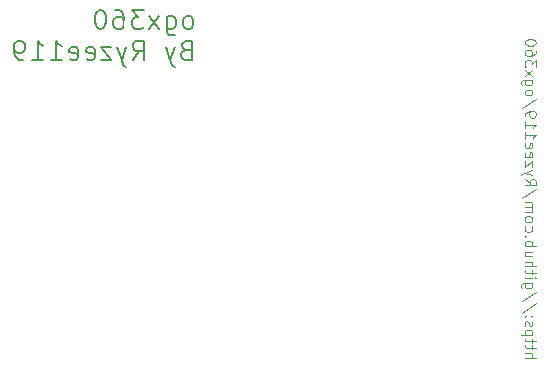
<source format=gbr>
%TF.GenerationSoftware,KiCad,Pcbnew,(6.0.7)*%
%TF.CreationDate,2022-08-19T11:16:44-06:00*%
%TF.ProjectId,ogx360,6f677833-3630-42e6-9b69-6361645f7063,rev?*%
%TF.SameCoordinates,Original*%
%TF.FileFunction,Legend,Bot*%
%TF.FilePolarity,Positive*%
%FSLAX46Y46*%
G04 Gerber Fmt 4.6, Leading zero omitted, Abs format (unit mm)*
G04 Created by KiCad (PCBNEW (6.0.7)) date 2022-08-19 11:16:44*
%MOMM*%
%LPD*%
G01*
G04 APERTURE LIST*
%ADD10C,0.142240*%
%ADD11C,0.081280*%
%ADD12C,1.981600*%
%ADD13C,3.000000*%
%ADD14C,0.609600*%
%ADD15C,0.800000*%
G04 APERTURE END LIST*
D10*
X114777997Y-90449732D02*
X114933784Y-90371839D01*
X115011677Y-90293946D01*
X115089570Y-90138159D01*
X115089570Y-89670799D01*
X115011677Y-89515012D01*
X114933784Y-89437119D01*
X114777997Y-89359226D01*
X114544317Y-89359226D01*
X114388530Y-89437119D01*
X114310637Y-89515012D01*
X114232744Y-89670799D01*
X114232744Y-90138159D01*
X114310637Y-90293946D01*
X114388530Y-90371839D01*
X114544317Y-90449732D01*
X114777997Y-90449732D01*
X112830664Y-89359226D02*
X112830664Y-90683412D01*
X112908557Y-90839199D01*
X112986450Y-90917092D01*
X113142237Y-90994986D01*
X113375917Y-90994986D01*
X113531704Y-90917092D01*
X112830664Y-90371839D02*
X112986450Y-90449732D01*
X113298024Y-90449732D01*
X113453810Y-90371839D01*
X113531704Y-90293946D01*
X113609597Y-90138159D01*
X113609597Y-89670799D01*
X113531704Y-89515012D01*
X113453810Y-89437119D01*
X113298024Y-89359226D01*
X112986450Y-89359226D01*
X112830664Y-89437119D01*
X112207517Y-90449732D02*
X111350690Y-89359226D01*
X112207517Y-89359226D02*
X111350690Y-90449732D01*
X110883330Y-88813972D02*
X109870717Y-88813972D01*
X110415970Y-89437119D01*
X110182290Y-89437119D01*
X110026504Y-89515012D01*
X109948610Y-89592906D01*
X109870717Y-89748692D01*
X109870717Y-90138159D01*
X109948610Y-90293946D01*
X110026504Y-90371839D01*
X110182290Y-90449732D01*
X110649650Y-90449732D01*
X110805437Y-90371839D01*
X110883330Y-90293946D01*
X108468637Y-88813972D02*
X108780210Y-88813972D01*
X108935997Y-88891866D01*
X109013890Y-88969759D01*
X109169677Y-89203439D01*
X109247570Y-89515012D01*
X109247570Y-90138159D01*
X109169677Y-90293946D01*
X109091784Y-90371839D01*
X108935997Y-90449732D01*
X108624424Y-90449732D01*
X108468637Y-90371839D01*
X108390744Y-90293946D01*
X108312850Y-90138159D01*
X108312850Y-89748692D01*
X108390744Y-89592906D01*
X108468637Y-89515012D01*
X108624424Y-89437119D01*
X108935997Y-89437119D01*
X109091784Y-89515012D01*
X109169677Y-89592906D01*
X109247570Y-89748692D01*
X107300237Y-88813972D02*
X107144450Y-88813972D01*
X106988664Y-88891866D01*
X106910770Y-88969759D01*
X106832877Y-89125546D01*
X106754984Y-89437119D01*
X106754984Y-89826586D01*
X106832877Y-90138159D01*
X106910770Y-90293946D01*
X106988664Y-90371839D01*
X107144450Y-90449732D01*
X107300237Y-90449732D01*
X107456024Y-90371839D01*
X107533917Y-90293946D01*
X107611810Y-90138159D01*
X107689704Y-89826586D01*
X107689704Y-89437119D01*
X107611810Y-89125546D01*
X107533917Y-88969759D01*
X107456024Y-88891866D01*
X107300237Y-88813972D01*
X114466424Y-92226480D02*
X114232744Y-92304373D01*
X114154850Y-92382266D01*
X114076957Y-92538053D01*
X114076957Y-92771733D01*
X114154850Y-92927520D01*
X114232744Y-93005413D01*
X114388530Y-93083306D01*
X115011677Y-93083306D01*
X115011677Y-91447546D01*
X114466424Y-91447546D01*
X114310637Y-91525440D01*
X114232744Y-91603333D01*
X114154850Y-91759120D01*
X114154850Y-91914906D01*
X114232744Y-92070693D01*
X114310637Y-92148586D01*
X114466424Y-92226480D01*
X115011677Y-92226480D01*
X113531704Y-91992800D02*
X113142237Y-93083306D01*
X112752770Y-91992800D02*
X113142237Y-93083306D01*
X113298024Y-93472773D01*
X113375917Y-93550666D01*
X113531704Y-93628560D01*
X109948610Y-93083306D02*
X110493864Y-92304373D01*
X110883330Y-93083306D02*
X110883330Y-91447546D01*
X110260184Y-91447546D01*
X110104397Y-91525440D01*
X110026504Y-91603333D01*
X109948610Y-91759120D01*
X109948610Y-91992800D01*
X110026504Y-92148586D01*
X110104397Y-92226480D01*
X110260184Y-92304373D01*
X110883330Y-92304373D01*
X109403357Y-91992800D02*
X109013890Y-93083306D01*
X108624424Y-91992800D02*
X109013890Y-93083306D01*
X109169677Y-93472773D01*
X109247570Y-93550666D01*
X109403357Y-93628560D01*
X108157064Y-91992800D02*
X107300237Y-91992800D01*
X108157064Y-93083306D01*
X107300237Y-93083306D01*
X106053944Y-93005413D02*
X106209730Y-93083306D01*
X106521304Y-93083306D01*
X106677090Y-93005413D01*
X106754984Y-92849626D01*
X106754984Y-92226480D01*
X106677090Y-92070693D01*
X106521304Y-91992800D01*
X106209730Y-91992800D01*
X106053944Y-92070693D01*
X105976050Y-92226480D01*
X105976050Y-92382266D01*
X106754984Y-92538053D01*
X104651864Y-93005413D02*
X104807650Y-93083306D01*
X105119224Y-93083306D01*
X105275010Y-93005413D01*
X105352904Y-92849626D01*
X105352904Y-92226480D01*
X105275010Y-92070693D01*
X105119224Y-91992800D01*
X104807650Y-91992800D01*
X104651864Y-92070693D01*
X104573970Y-92226480D01*
X104573970Y-92382266D01*
X105352904Y-92538053D01*
X103016104Y-93083306D02*
X103950824Y-93083306D01*
X103483464Y-93083306D02*
X103483464Y-91447546D01*
X103639250Y-91681226D01*
X103795037Y-91837013D01*
X103950824Y-91914906D01*
X101458237Y-93083306D02*
X102392957Y-93083306D01*
X101925597Y-93083306D02*
X101925597Y-91447546D01*
X102081384Y-91681226D01*
X102237170Y-91837013D01*
X102392957Y-91914906D01*
X100679304Y-93083306D02*
X100367730Y-93083306D01*
X100211944Y-93005413D01*
X100134050Y-92927520D01*
X99978264Y-92693840D01*
X99900370Y-92382266D01*
X99900370Y-91759120D01*
X99978264Y-91603333D01*
X100056157Y-91525440D01*
X100211944Y-91447546D01*
X100523517Y-91447546D01*
X100679304Y-91525440D01*
X100757197Y-91603333D01*
X100835090Y-91759120D01*
X100835090Y-92148586D01*
X100757197Y-92304373D01*
X100679304Y-92382266D01*
X100523517Y-92460160D01*
X100211944Y-92460160D01*
X100056157Y-92382266D01*
X99978264Y-92304373D01*
X99900370Y-92148586D01*
D11*
X143160610Y-118285815D02*
X144095330Y-118285815D01*
X143160610Y-117885221D02*
X143650225Y-117885221D01*
X143739246Y-117929731D01*
X143783757Y-118018752D01*
X143783757Y-118152284D01*
X143739246Y-118241305D01*
X143694736Y-118285815D01*
X143783757Y-117573648D02*
X143783757Y-117217564D01*
X144095330Y-117440116D02*
X143294141Y-117440116D01*
X143205120Y-117395606D01*
X143160610Y-117306585D01*
X143160610Y-117217564D01*
X143783757Y-117039522D02*
X143783757Y-116683438D01*
X144095330Y-116905990D02*
X143294141Y-116905990D01*
X143205120Y-116861480D01*
X143160610Y-116772459D01*
X143160610Y-116683438D01*
X143783757Y-116371865D02*
X142849037Y-116371865D01*
X143739246Y-116371865D02*
X143783757Y-116282844D01*
X143783757Y-116104802D01*
X143739246Y-116015781D01*
X143694736Y-115971270D01*
X143605715Y-115926760D01*
X143338652Y-115926760D01*
X143249631Y-115971270D01*
X143205120Y-116015781D01*
X143160610Y-116104802D01*
X143160610Y-116282844D01*
X143205120Y-116371865D01*
X143205120Y-115570676D02*
X143160610Y-115481655D01*
X143160610Y-115303613D01*
X143205120Y-115214592D01*
X143294141Y-115170082D01*
X143338652Y-115170082D01*
X143427673Y-115214592D01*
X143472183Y-115303613D01*
X143472183Y-115437145D01*
X143516694Y-115526166D01*
X143605715Y-115570676D01*
X143650225Y-115570676D01*
X143739246Y-115526166D01*
X143783757Y-115437145D01*
X143783757Y-115303613D01*
X143739246Y-115214592D01*
X143249631Y-114769488D02*
X143205120Y-114724977D01*
X143160610Y-114769488D01*
X143205120Y-114813998D01*
X143249631Y-114769488D01*
X143160610Y-114769488D01*
X143739246Y-114769488D02*
X143694736Y-114724977D01*
X143650225Y-114769488D01*
X143694736Y-114813998D01*
X143739246Y-114769488D01*
X143650225Y-114769488D01*
X144139840Y-113656726D02*
X142938058Y-114457914D01*
X144139840Y-112677495D02*
X142938058Y-113478684D01*
X143783757Y-111965328D02*
X143027079Y-111965328D01*
X142938058Y-112009838D01*
X142893547Y-112054348D01*
X142849037Y-112143369D01*
X142849037Y-112276901D01*
X142893547Y-112365922D01*
X143205120Y-111965328D02*
X143160610Y-112054348D01*
X143160610Y-112232390D01*
X143205120Y-112321411D01*
X143249631Y-112365922D01*
X143338652Y-112410432D01*
X143605715Y-112410432D01*
X143694736Y-112365922D01*
X143739246Y-112321411D01*
X143783757Y-112232390D01*
X143783757Y-112054348D01*
X143739246Y-111965328D01*
X143160610Y-111520223D02*
X143783757Y-111520223D01*
X144095330Y-111520223D02*
X144050820Y-111564733D01*
X144006309Y-111520223D01*
X144050820Y-111475712D01*
X144095330Y-111520223D01*
X144006309Y-111520223D01*
X143783757Y-111208649D02*
X143783757Y-110852566D01*
X144095330Y-111075118D02*
X143294141Y-111075118D01*
X143205120Y-111030608D01*
X143160610Y-110941587D01*
X143160610Y-110852566D01*
X143160610Y-110540992D02*
X144095330Y-110540992D01*
X143160610Y-110140398D02*
X143650225Y-110140398D01*
X143739246Y-110184908D01*
X143783757Y-110273929D01*
X143783757Y-110407461D01*
X143739246Y-110496482D01*
X143694736Y-110540992D01*
X143783757Y-109294699D02*
X143160610Y-109294699D01*
X143783757Y-109695293D02*
X143294141Y-109695293D01*
X143205120Y-109650783D01*
X143160610Y-109561762D01*
X143160610Y-109428230D01*
X143205120Y-109339209D01*
X143249631Y-109294699D01*
X143160610Y-108849594D02*
X144095330Y-108849594D01*
X143739246Y-108849594D02*
X143783757Y-108760573D01*
X143783757Y-108582531D01*
X143739246Y-108493510D01*
X143694736Y-108449000D01*
X143605715Y-108404489D01*
X143338652Y-108404489D01*
X143249631Y-108449000D01*
X143205120Y-108493510D01*
X143160610Y-108582531D01*
X143160610Y-108760573D01*
X143205120Y-108849594D01*
X143249631Y-108003895D02*
X143205120Y-107959385D01*
X143160610Y-108003895D01*
X143205120Y-108048406D01*
X143249631Y-108003895D01*
X143160610Y-108003895D01*
X143205120Y-107158196D02*
X143160610Y-107247217D01*
X143160610Y-107425259D01*
X143205120Y-107514280D01*
X143249631Y-107558790D01*
X143338652Y-107603301D01*
X143605715Y-107603301D01*
X143694736Y-107558790D01*
X143739246Y-107514280D01*
X143783757Y-107425259D01*
X143783757Y-107247217D01*
X143739246Y-107158196D01*
X143160610Y-106624070D02*
X143205120Y-106713091D01*
X143249631Y-106757602D01*
X143338652Y-106802112D01*
X143605715Y-106802112D01*
X143694736Y-106757602D01*
X143739246Y-106713091D01*
X143783757Y-106624070D01*
X143783757Y-106490539D01*
X143739246Y-106401518D01*
X143694736Y-106357008D01*
X143605715Y-106312497D01*
X143338652Y-106312497D01*
X143249631Y-106357008D01*
X143205120Y-106401518D01*
X143160610Y-106490539D01*
X143160610Y-106624070D01*
X143160610Y-105911903D02*
X143783757Y-105911903D01*
X143694736Y-105911903D02*
X143739246Y-105867392D01*
X143783757Y-105778371D01*
X143783757Y-105644840D01*
X143739246Y-105555819D01*
X143650225Y-105511308D01*
X143160610Y-105511308D01*
X143650225Y-105511308D02*
X143739246Y-105466798D01*
X143783757Y-105377777D01*
X143783757Y-105244246D01*
X143739246Y-105155225D01*
X143650225Y-105110714D01*
X143160610Y-105110714D01*
X144139840Y-103997952D02*
X142938058Y-104799141D01*
X143160610Y-103152253D02*
X143605715Y-103463827D01*
X143160610Y-103686379D02*
X144095330Y-103686379D01*
X144095330Y-103330295D01*
X144050820Y-103241274D01*
X144006309Y-103196764D01*
X143917288Y-103152253D01*
X143783757Y-103152253D01*
X143694736Y-103196764D01*
X143650225Y-103241274D01*
X143605715Y-103330295D01*
X143605715Y-103686379D01*
X143783757Y-102840680D02*
X143160610Y-102618128D01*
X143783757Y-102395575D02*
X143160610Y-102618128D01*
X142938058Y-102707148D01*
X142893547Y-102751659D01*
X142849037Y-102840680D01*
X143783757Y-102128512D02*
X143783757Y-101638897D01*
X143160610Y-102128512D01*
X143160610Y-101638897D01*
X143205120Y-100926729D02*
X143160610Y-101015750D01*
X143160610Y-101193792D01*
X143205120Y-101282813D01*
X143294141Y-101327324D01*
X143650225Y-101327324D01*
X143739246Y-101282813D01*
X143783757Y-101193792D01*
X143783757Y-101015750D01*
X143739246Y-100926729D01*
X143650225Y-100882219D01*
X143561204Y-100882219D01*
X143472183Y-101327324D01*
X143205120Y-100125541D02*
X143160610Y-100214562D01*
X143160610Y-100392604D01*
X143205120Y-100481625D01*
X143294141Y-100526135D01*
X143650225Y-100526135D01*
X143739246Y-100481625D01*
X143783757Y-100392604D01*
X143783757Y-100214562D01*
X143739246Y-100125541D01*
X143650225Y-100081030D01*
X143561204Y-100081030D01*
X143472183Y-100526135D01*
X143160610Y-99190821D02*
X143160610Y-99724947D01*
X143160610Y-99457884D02*
X144095330Y-99457884D01*
X143961799Y-99546905D01*
X143872778Y-99635926D01*
X143828267Y-99724947D01*
X143160610Y-98300611D02*
X143160610Y-98834737D01*
X143160610Y-98567674D02*
X144095330Y-98567674D01*
X143961799Y-98656695D01*
X143872778Y-98745716D01*
X143828267Y-98834737D01*
X143160610Y-97855507D02*
X143160610Y-97677465D01*
X143205120Y-97588444D01*
X143249631Y-97543933D01*
X143383162Y-97454912D01*
X143561204Y-97410402D01*
X143917288Y-97410402D01*
X144006309Y-97454912D01*
X144050820Y-97499423D01*
X144095330Y-97588444D01*
X144095330Y-97766486D01*
X144050820Y-97855507D01*
X144006309Y-97900017D01*
X143917288Y-97944528D01*
X143694736Y-97944528D01*
X143605715Y-97900017D01*
X143561204Y-97855507D01*
X143516694Y-97766486D01*
X143516694Y-97588444D01*
X143561204Y-97499423D01*
X143605715Y-97454912D01*
X143694736Y-97410402D01*
X144139840Y-96342150D02*
X142938058Y-97143339D01*
X143160610Y-95897046D02*
X143205120Y-95986067D01*
X143249631Y-96030577D01*
X143338652Y-96075088D01*
X143605715Y-96075088D01*
X143694736Y-96030577D01*
X143739246Y-95986067D01*
X143783757Y-95897046D01*
X143783757Y-95763514D01*
X143739246Y-95674493D01*
X143694736Y-95629983D01*
X143605715Y-95585472D01*
X143338652Y-95585472D01*
X143249631Y-95629983D01*
X143205120Y-95674493D01*
X143160610Y-95763514D01*
X143160610Y-95897046D01*
X143783757Y-94784284D02*
X143027079Y-94784284D01*
X142938058Y-94828794D01*
X142893547Y-94873305D01*
X142849037Y-94962326D01*
X142849037Y-95095857D01*
X142893547Y-95184878D01*
X143205120Y-94784284D02*
X143160610Y-94873305D01*
X143160610Y-95051347D01*
X143205120Y-95140368D01*
X143249631Y-95184878D01*
X143338652Y-95229388D01*
X143605715Y-95229388D01*
X143694736Y-95184878D01*
X143739246Y-95140368D01*
X143783757Y-95051347D01*
X143783757Y-94873305D01*
X143739246Y-94784284D01*
X143160610Y-94428200D02*
X143783757Y-93938585D01*
X143783757Y-94428200D02*
X143160610Y-93938585D01*
X144095330Y-93671522D02*
X144095330Y-93092886D01*
X143739246Y-93404459D01*
X143739246Y-93270928D01*
X143694736Y-93181907D01*
X143650225Y-93137396D01*
X143561204Y-93092886D01*
X143338652Y-93092886D01*
X143249631Y-93137396D01*
X143205120Y-93181907D01*
X143160610Y-93270928D01*
X143160610Y-93537990D01*
X143205120Y-93627011D01*
X143249631Y-93671522D01*
X144095330Y-92291697D02*
X144095330Y-92469739D01*
X144050820Y-92558760D01*
X144006309Y-92603270D01*
X143872778Y-92692291D01*
X143694736Y-92736802D01*
X143338652Y-92736802D01*
X143249631Y-92692291D01*
X143205120Y-92647781D01*
X143160610Y-92558760D01*
X143160610Y-92380718D01*
X143205120Y-92291697D01*
X143249631Y-92247187D01*
X143338652Y-92202676D01*
X143561204Y-92202676D01*
X143650225Y-92247187D01*
X143694736Y-92291697D01*
X143739246Y-92380718D01*
X143739246Y-92558760D01*
X143694736Y-92647781D01*
X143650225Y-92692291D01*
X143561204Y-92736802D01*
X144095330Y-91624040D02*
X144095330Y-91535019D01*
X144050820Y-91445998D01*
X144006309Y-91401488D01*
X143917288Y-91356977D01*
X143739246Y-91312467D01*
X143516694Y-91312467D01*
X143338652Y-91356977D01*
X143249631Y-91401488D01*
X143205120Y-91445998D01*
X143160610Y-91535019D01*
X143160610Y-91624040D01*
X143205120Y-91713061D01*
X143249631Y-91757571D01*
X143338652Y-91802082D01*
X143516694Y-91846592D01*
X143739246Y-91846592D01*
X143917288Y-91802082D01*
X144006309Y-91757571D01*
X144050820Y-91713061D01*
X144095330Y-91624040D01*
%LPC*%
D12*
%TO.C,U7*%
X193916100Y-91891200D03*
X193916100Y-94431200D03*
X193916100Y-96971200D03*
X193916100Y-99511200D03*
X193916100Y-102051200D03*
X193916100Y-104591200D03*
X193916100Y-107131200D03*
X193916100Y-109671200D03*
X193916100Y-112211200D03*
X193916100Y-114751200D03*
X193916100Y-117291200D03*
X193916100Y-119831200D03*
X178676100Y-119831200D03*
X178676100Y-117291200D03*
X178676100Y-114751200D03*
X178676100Y-112211200D03*
X178676100Y-109671200D03*
X178676100Y-107131200D03*
X178676100Y-104591200D03*
X178676100Y-102051200D03*
X178676100Y-99511200D03*
X178676100Y-96971200D03*
X178676100Y-94431200D03*
X178676100Y-91891200D03*
%TD*%
D13*
%TO.C,J1*%
X114459000Y-115416600D03*
X101319000Y-115416600D03*
%TD*%
D12*
%TO.C,U5*%
X156451100Y-91891200D03*
X156451100Y-94431200D03*
X156451100Y-96971200D03*
X156451100Y-99511200D03*
X156451100Y-102051200D03*
X156451100Y-104591200D03*
X156451100Y-107131200D03*
X156451100Y-109671200D03*
X156451100Y-112211200D03*
X156451100Y-114751200D03*
X156451100Y-117291200D03*
X156451100Y-119831200D03*
X141211100Y-119831200D03*
X141211100Y-117291200D03*
X141211100Y-114751200D03*
X141211100Y-112211200D03*
X141211100Y-109671200D03*
X141211100Y-107131200D03*
X141211100Y-104591200D03*
X141211100Y-102051200D03*
X141211100Y-99511200D03*
X141211100Y-96971200D03*
X141211100Y-94431200D03*
X141211100Y-91891200D03*
%TD*%
%TO.C,U6*%
X175183600Y-91891200D03*
X175183600Y-94431200D03*
X175183600Y-96971200D03*
X175183600Y-99511200D03*
X175183600Y-102051200D03*
X175183600Y-104591200D03*
X175183600Y-107131200D03*
X175183600Y-109671200D03*
X175183600Y-112211200D03*
X175183600Y-114751200D03*
X175183600Y-117291200D03*
X175183600Y-119831200D03*
X159943600Y-119831200D03*
X159943600Y-117291200D03*
X159943600Y-114751200D03*
X159943600Y-112211200D03*
X159943600Y-109671200D03*
X159943600Y-107131200D03*
X159943600Y-104591200D03*
X159943600Y-102051200D03*
X159943600Y-99511200D03*
X159943600Y-96971200D03*
X159943600Y-94431200D03*
X159943600Y-91891200D03*
%TD*%
%TO.C,U4*%
X137718600Y-91891200D03*
X137718600Y-94431200D03*
X137718600Y-96971200D03*
X137718600Y-99511200D03*
X137718600Y-102051200D03*
X137718600Y-104591200D03*
X137718600Y-107131200D03*
X137718600Y-109671200D03*
X137718600Y-112211200D03*
X137718600Y-114751200D03*
X137718600Y-117291200D03*
X137718600Y-119831200D03*
X122478600Y-119831200D03*
X122478600Y-117291200D03*
X122478600Y-114751200D03*
X122478600Y-112211200D03*
X122478600Y-109671200D03*
X122478600Y-107131200D03*
X122478600Y-104591200D03*
X122478600Y-102051200D03*
X122478600Y-99511200D03*
X122478600Y-96971200D03*
X122478600Y-94431200D03*
X122478600Y-91891200D03*
%TD*%
D14*
X118303000Y-105797600D03*
X127241100Y-108718700D03*
X111366100Y-110623700D03*
X119938600Y-104273700D03*
X112928226Y-97569135D03*
X126812000Y-113290600D03*
X116128600Y-111258700D03*
X113906100Y-111258700D03*
X119303600Y-95066200D03*
X104381100Y-99193700D03*
X109461100Y-89986200D03*
X118986100Y-104273700D03*
X118049000Y-114179600D03*
X104381100Y-101416200D03*
X104698600Y-94748700D03*
X111366100Y-112528700D03*
X111366100Y-109353700D03*
X111366100Y-101416200D03*
X111366100Y-111576200D03*
X111683600Y-99511200D03*
X109143600Y-105543700D03*
X112335300Y-98241200D03*
X106921100Y-105543700D03*
X130098600Y-104591200D03*
X130098600Y-102051200D03*
X119303600Y-93161200D03*
X119155906Y-99658894D03*
X126288600Y-103321200D03*
X118668600Y-98345400D03*
X113588600Y-98876200D03*
X127066000Y-109988600D03*
X126812000Y-111258600D03*
D15*
X130114000Y-112655600D03*
X135956000Y-115576600D03*
M02*

</source>
